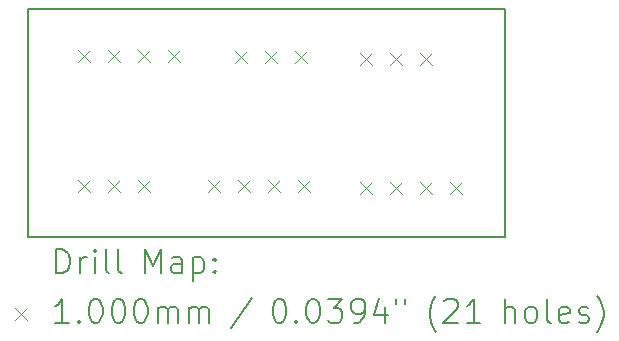
<source format=gbr>
%TF.GenerationSoftware,KiCad,Pcbnew,(7.0.0)*%
%TF.CreationDate,2023-03-19T23:03:27+01:00*%
%TF.ProjectId,milling-test,6d696c6c-696e-4672-9d74-6573742e6b69,rev?*%
%TF.SameCoordinates,Original*%
%TF.FileFunction,Drillmap*%
%TF.FilePolarity,Positive*%
%FSLAX45Y45*%
G04 Gerber Fmt 4.5, Leading zero omitted, Abs format (unit mm)*
G04 Created by KiCad (PCBNEW (7.0.0)) date 2023-03-19 23:03:27*
%MOMM*%
%LPD*%
G01*
G04 APERTURE LIST*
%ADD10C,0.200000*%
%ADD11C,0.100000*%
G04 APERTURE END LIST*
D10*
X5918200Y-2971800D02*
X9956800Y-2971800D01*
X9956800Y-2971800D02*
X9956800Y-4902200D01*
X9956800Y-4902200D02*
X5918200Y-4902200D01*
X5918200Y-4902200D02*
X5918200Y-2971800D01*
D11*
X6339100Y-3315500D02*
X6439100Y-3415500D01*
X6439100Y-3315500D02*
X6339100Y-3415500D01*
X6339100Y-4420400D02*
X6439100Y-4520400D01*
X6439100Y-4420400D02*
X6339100Y-4520400D01*
X6593100Y-3315500D02*
X6693100Y-3415500D01*
X6693100Y-3315500D02*
X6593100Y-3415500D01*
X6593100Y-4420400D02*
X6693100Y-4520400D01*
X6693100Y-4420400D02*
X6593100Y-4520400D01*
X6847100Y-3315500D02*
X6947100Y-3415500D01*
X6947100Y-3315500D02*
X6847100Y-3415500D01*
X6847100Y-4420400D02*
X6947100Y-4520400D01*
X6947100Y-4420400D02*
X6847100Y-4520400D01*
X7101100Y-3315500D02*
X7201100Y-3415500D01*
X7201100Y-3315500D02*
X7101100Y-3415500D01*
X7442000Y-4420400D02*
X7542000Y-4520400D01*
X7542000Y-4420400D02*
X7442000Y-4520400D01*
X7671600Y-3328200D02*
X7771600Y-3428200D01*
X7771600Y-3328200D02*
X7671600Y-3428200D01*
X7696000Y-4420400D02*
X7796000Y-4520400D01*
X7796000Y-4420400D02*
X7696000Y-4520400D01*
X7925600Y-3328200D02*
X8025600Y-3428200D01*
X8025600Y-3328200D02*
X7925600Y-3428200D01*
X7950000Y-4420400D02*
X8050000Y-4520400D01*
X8050000Y-4420400D02*
X7950000Y-4520400D01*
X8179600Y-3328200D02*
X8279600Y-3428200D01*
X8279600Y-3328200D02*
X8179600Y-3428200D01*
X8204000Y-4420400D02*
X8304000Y-4520400D01*
X8304000Y-4420400D02*
X8204000Y-4520400D01*
X8725700Y-3340900D02*
X8825700Y-3440900D01*
X8825700Y-3340900D02*
X8725700Y-3440900D01*
X8726700Y-4433100D02*
X8826700Y-4533100D01*
X8826700Y-4433100D02*
X8726700Y-4533100D01*
X8979700Y-3340900D02*
X9079700Y-3440900D01*
X9079700Y-3340900D02*
X8979700Y-3440900D01*
X8980700Y-4433100D02*
X9080700Y-4533100D01*
X9080700Y-4433100D02*
X8980700Y-4533100D01*
X9233700Y-3340900D02*
X9333700Y-3440900D01*
X9333700Y-3340900D02*
X9233700Y-3440900D01*
X9234700Y-4433100D02*
X9334700Y-4533100D01*
X9334700Y-4433100D02*
X9234700Y-4533100D01*
X9488700Y-4433100D02*
X9588700Y-4533100D01*
X9588700Y-4433100D02*
X9488700Y-4533100D01*
D10*
X6155819Y-5205676D02*
X6155819Y-5005676D01*
X6155819Y-5005676D02*
X6203438Y-5005676D01*
X6203438Y-5005676D02*
X6232009Y-5015200D01*
X6232009Y-5015200D02*
X6251057Y-5034248D01*
X6251057Y-5034248D02*
X6260581Y-5053295D01*
X6260581Y-5053295D02*
X6270105Y-5091390D01*
X6270105Y-5091390D02*
X6270105Y-5119962D01*
X6270105Y-5119962D02*
X6260581Y-5158057D01*
X6260581Y-5158057D02*
X6251057Y-5177105D01*
X6251057Y-5177105D02*
X6232009Y-5196152D01*
X6232009Y-5196152D02*
X6203438Y-5205676D01*
X6203438Y-5205676D02*
X6155819Y-5205676D01*
X6355819Y-5205676D02*
X6355819Y-5072343D01*
X6355819Y-5110438D02*
X6365343Y-5091390D01*
X6365343Y-5091390D02*
X6374867Y-5081867D01*
X6374867Y-5081867D02*
X6393914Y-5072343D01*
X6393914Y-5072343D02*
X6412962Y-5072343D01*
X6479628Y-5205676D02*
X6479628Y-5072343D01*
X6479628Y-5005676D02*
X6470105Y-5015200D01*
X6470105Y-5015200D02*
X6479628Y-5024724D01*
X6479628Y-5024724D02*
X6489152Y-5015200D01*
X6489152Y-5015200D02*
X6479628Y-5005676D01*
X6479628Y-5005676D02*
X6479628Y-5024724D01*
X6603438Y-5205676D02*
X6584390Y-5196152D01*
X6584390Y-5196152D02*
X6574867Y-5177105D01*
X6574867Y-5177105D02*
X6574867Y-5005676D01*
X6708200Y-5205676D02*
X6689152Y-5196152D01*
X6689152Y-5196152D02*
X6679628Y-5177105D01*
X6679628Y-5177105D02*
X6679628Y-5005676D01*
X6904390Y-5205676D02*
X6904390Y-5005676D01*
X6904390Y-5005676D02*
X6971057Y-5148533D01*
X6971057Y-5148533D02*
X7037724Y-5005676D01*
X7037724Y-5005676D02*
X7037724Y-5205676D01*
X7218676Y-5205676D02*
X7218676Y-5100914D01*
X7218676Y-5100914D02*
X7209152Y-5081867D01*
X7209152Y-5081867D02*
X7190105Y-5072343D01*
X7190105Y-5072343D02*
X7152009Y-5072343D01*
X7152009Y-5072343D02*
X7132962Y-5081867D01*
X7218676Y-5196152D02*
X7199628Y-5205676D01*
X7199628Y-5205676D02*
X7152009Y-5205676D01*
X7152009Y-5205676D02*
X7132962Y-5196152D01*
X7132962Y-5196152D02*
X7123438Y-5177105D01*
X7123438Y-5177105D02*
X7123438Y-5158057D01*
X7123438Y-5158057D02*
X7132962Y-5139010D01*
X7132962Y-5139010D02*
X7152009Y-5129486D01*
X7152009Y-5129486D02*
X7199628Y-5129486D01*
X7199628Y-5129486D02*
X7218676Y-5119962D01*
X7313914Y-5072343D02*
X7313914Y-5272343D01*
X7313914Y-5081867D02*
X7332962Y-5072343D01*
X7332962Y-5072343D02*
X7371057Y-5072343D01*
X7371057Y-5072343D02*
X7390105Y-5081867D01*
X7390105Y-5081867D02*
X7399628Y-5091390D01*
X7399628Y-5091390D02*
X7409152Y-5110438D01*
X7409152Y-5110438D02*
X7409152Y-5167581D01*
X7409152Y-5167581D02*
X7399628Y-5186629D01*
X7399628Y-5186629D02*
X7390105Y-5196152D01*
X7390105Y-5196152D02*
X7371057Y-5205676D01*
X7371057Y-5205676D02*
X7332962Y-5205676D01*
X7332962Y-5205676D02*
X7313914Y-5196152D01*
X7494867Y-5186629D02*
X7504390Y-5196152D01*
X7504390Y-5196152D02*
X7494867Y-5205676D01*
X7494867Y-5205676D02*
X7485343Y-5196152D01*
X7485343Y-5196152D02*
X7494867Y-5186629D01*
X7494867Y-5186629D02*
X7494867Y-5205676D01*
X7494867Y-5081867D02*
X7504390Y-5091390D01*
X7504390Y-5091390D02*
X7494867Y-5100914D01*
X7494867Y-5100914D02*
X7485343Y-5091390D01*
X7485343Y-5091390D02*
X7494867Y-5081867D01*
X7494867Y-5081867D02*
X7494867Y-5100914D01*
D11*
X5808200Y-5502200D02*
X5908200Y-5602200D01*
X5908200Y-5502200D02*
X5808200Y-5602200D01*
D10*
X6260581Y-5625676D02*
X6146295Y-5625676D01*
X6203438Y-5625676D02*
X6203438Y-5425676D01*
X6203438Y-5425676D02*
X6184390Y-5454248D01*
X6184390Y-5454248D02*
X6165343Y-5473295D01*
X6165343Y-5473295D02*
X6146295Y-5482819D01*
X6346295Y-5606628D02*
X6355819Y-5616152D01*
X6355819Y-5616152D02*
X6346295Y-5625676D01*
X6346295Y-5625676D02*
X6336771Y-5616152D01*
X6336771Y-5616152D02*
X6346295Y-5606628D01*
X6346295Y-5606628D02*
X6346295Y-5625676D01*
X6479628Y-5425676D02*
X6498676Y-5425676D01*
X6498676Y-5425676D02*
X6517724Y-5435200D01*
X6517724Y-5435200D02*
X6527248Y-5444724D01*
X6527248Y-5444724D02*
X6536771Y-5463771D01*
X6536771Y-5463771D02*
X6546295Y-5501867D01*
X6546295Y-5501867D02*
X6546295Y-5549486D01*
X6546295Y-5549486D02*
X6536771Y-5587581D01*
X6536771Y-5587581D02*
X6527248Y-5606628D01*
X6527248Y-5606628D02*
X6517724Y-5616152D01*
X6517724Y-5616152D02*
X6498676Y-5625676D01*
X6498676Y-5625676D02*
X6479628Y-5625676D01*
X6479628Y-5625676D02*
X6460581Y-5616152D01*
X6460581Y-5616152D02*
X6451057Y-5606628D01*
X6451057Y-5606628D02*
X6441533Y-5587581D01*
X6441533Y-5587581D02*
X6432009Y-5549486D01*
X6432009Y-5549486D02*
X6432009Y-5501867D01*
X6432009Y-5501867D02*
X6441533Y-5463771D01*
X6441533Y-5463771D02*
X6451057Y-5444724D01*
X6451057Y-5444724D02*
X6460581Y-5435200D01*
X6460581Y-5435200D02*
X6479628Y-5425676D01*
X6670105Y-5425676D02*
X6689152Y-5425676D01*
X6689152Y-5425676D02*
X6708200Y-5435200D01*
X6708200Y-5435200D02*
X6717724Y-5444724D01*
X6717724Y-5444724D02*
X6727248Y-5463771D01*
X6727248Y-5463771D02*
X6736771Y-5501867D01*
X6736771Y-5501867D02*
X6736771Y-5549486D01*
X6736771Y-5549486D02*
X6727248Y-5587581D01*
X6727248Y-5587581D02*
X6717724Y-5606628D01*
X6717724Y-5606628D02*
X6708200Y-5616152D01*
X6708200Y-5616152D02*
X6689152Y-5625676D01*
X6689152Y-5625676D02*
X6670105Y-5625676D01*
X6670105Y-5625676D02*
X6651057Y-5616152D01*
X6651057Y-5616152D02*
X6641533Y-5606628D01*
X6641533Y-5606628D02*
X6632009Y-5587581D01*
X6632009Y-5587581D02*
X6622486Y-5549486D01*
X6622486Y-5549486D02*
X6622486Y-5501867D01*
X6622486Y-5501867D02*
X6632009Y-5463771D01*
X6632009Y-5463771D02*
X6641533Y-5444724D01*
X6641533Y-5444724D02*
X6651057Y-5435200D01*
X6651057Y-5435200D02*
X6670105Y-5425676D01*
X6860581Y-5425676D02*
X6879629Y-5425676D01*
X6879629Y-5425676D02*
X6898676Y-5435200D01*
X6898676Y-5435200D02*
X6908200Y-5444724D01*
X6908200Y-5444724D02*
X6917724Y-5463771D01*
X6917724Y-5463771D02*
X6927248Y-5501867D01*
X6927248Y-5501867D02*
X6927248Y-5549486D01*
X6927248Y-5549486D02*
X6917724Y-5587581D01*
X6917724Y-5587581D02*
X6908200Y-5606628D01*
X6908200Y-5606628D02*
X6898676Y-5616152D01*
X6898676Y-5616152D02*
X6879629Y-5625676D01*
X6879629Y-5625676D02*
X6860581Y-5625676D01*
X6860581Y-5625676D02*
X6841533Y-5616152D01*
X6841533Y-5616152D02*
X6832009Y-5606628D01*
X6832009Y-5606628D02*
X6822486Y-5587581D01*
X6822486Y-5587581D02*
X6812962Y-5549486D01*
X6812962Y-5549486D02*
X6812962Y-5501867D01*
X6812962Y-5501867D02*
X6822486Y-5463771D01*
X6822486Y-5463771D02*
X6832009Y-5444724D01*
X6832009Y-5444724D02*
X6841533Y-5435200D01*
X6841533Y-5435200D02*
X6860581Y-5425676D01*
X7012962Y-5625676D02*
X7012962Y-5492343D01*
X7012962Y-5511390D02*
X7022486Y-5501867D01*
X7022486Y-5501867D02*
X7041533Y-5492343D01*
X7041533Y-5492343D02*
X7070105Y-5492343D01*
X7070105Y-5492343D02*
X7089152Y-5501867D01*
X7089152Y-5501867D02*
X7098676Y-5520914D01*
X7098676Y-5520914D02*
X7098676Y-5625676D01*
X7098676Y-5520914D02*
X7108200Y-5501867D01*
X7108200Y-5501867D02*
X7127248Y-5492343D01*
X7127248Y-5492343D02*
X7155819Y-5492343D01*
X7155819Y-5492343D02*
X7174867Y-5501867D01*
X7174867Y-5501867D02*
X7184390Y-5520914D01*
X7184390Y-5520914D02*
X7184390Y-5625676D01*
X7279629Y-5625676D02*
X7279629Y-5492343D01*
X7279629Y-5511390D02*
X7289152Y-5501867D01*
X7289152Y-5501867D02*
X7308200Y-5492343D01*
X7308200Y-5492343D02*
X7336771Y-5492343D01*
X7336771Y-5492343D02*
X7355819Y-5501867D01*
X7355819Y-5501867D02*
X7365343Y-5520914D01*
X7365343Y-5520914D02*
X7365343Y-5625676D01*
X7365343Y-5520914D02*
X7374867Y-5501867D01*
X7374867Y-5501867D02*
X7393914Y-5492343D01*
X7393914Y-5492343D02*
X7422486Y-5492343D01*
X7422486Y-5492343D02*
X7441533Y-5501867D01*
X7441533Y-5501867D02*
X7451057Y-5520914D01*
X7451057Y-5520914D02*
X7451057Y-5625676D01*
X7809152Y-5416152D02*
X7637724Y-5673295D01*
X8033914Y-5425676D02*
X8052962Y-5425676D01*
X8052962Y-5425676D02*
X8072010Y-5435200D01*
X8072010Y-5435200D02*
X8081533Y-5444724D01*
X8081533Y-5444724D02*
X8091057Y-5463771D01*
X8091057Y-5463771D02*
X8100581Y-5501867D01*
X8100581Y-5501867D02*
X8100581Y-5549486D01*
X8100581Y-5549486D02*
X8091057Y-5587581D01*
X8091057Y-5587581D02*
X8081533Y-5606628D01*
X8081533Y-5606628D02*
X8072010Y-5616152D01*
X8072010Y-5616152D02*
X8052962Y-5625676D01*
X8052962Y-5625676D02*
X8033914Y-5625676D01*
X8033914Y-5625676D02*
X8014867Y-5616152D01*
X8014867Y-5616152D02*
X8005343Y-5606628D01*
X8005343Y-5606628D02*
X7995819Y-5587581D01*
X7995819Y-5587581D02*
X7986295Y-5549486D01*
X7986295Y-5549486D02*
X7986295Y-5501867D01*
X7986295Y-5501867D02*
X7995819Y-5463771D01*
X7995819Y-5463771D02*
X8005343Y-5444724D01*
X8005343Y-5444724D02*
X8014867Y-5435200D01*
X8014867Y-5435200D02*
X8033914Y-5425676D01*
X8186295Y-5606628D02*
X8195819Y-5616152D01*
X8195819Y-5616152D02*
X8186295Y-5625676D01*
X8186295Y-5625676D02*
X8176771Y-5616152D01*
X8176771Y-5616152D02*
X8186295Y-5606628D01*
X8186295Y-5606628D02*
X8186295Y-5625676D01*
X8319629Y-5425676D02*
X8338676Y-5425676D01*
X8338676Y-5425676D02*
X8357724Y-5435200D01*
X8357724Y-5435200D02*
X8367248Y-5444724D01*
X8367248Y-5444724D02*
X8376771Y-5463771D01*
X8376771Y-5463771D02*
X8386295Y-5501867D01*
X8386295Y-5501867D02*
X8386295Y-5549486D01*
X8386295Y-5549486D02*
X8376771Y-5587581D01*
X8376771Y-5587581D02*
X8367248Y-5606628D01*
X8367248Y-5606628D02*
X8357724Y-5616152D01*
X8357724Y-5616152D02*
X8338676Y-5625676D01*
X8338676Y-5625676D02*
X8319629Y-5625676D01*
X8319629Y-5625676D02*
X8300581Y-5616152D01*
X8300581Y-5616152D02*
X8291057Y-5606628D01*
X8291057Y-5606628D02*
X8281533Y-5587581D01*
X8281533Y-5587581D02*
X8272010Y-5549486D01*
X8272010Y-5549486D02*
X8272010Y-5501867D01*
X8272010Y-5501867D02*
X8281533Y-5463771D01*
X8281533Y-5463771D02*
X8291057Y-5444724D01*
X8291057Y-5444724D02*
X8300581Y-5435200D01*
X8300581Y-5435200D02*
X8319629Y-5425676D01*
X8452962Y-5425676D02*
X8576772Y-5425676D01*
X8576772Y-5425676D02*
X8510105Y-5501867D01*
X8510105Y-5501867D02*
X8538676Y-5501867D01*
X8538676Y-5501867D02*
X8557724Y-5511390D01*
X8557724Y-5511390D02*
X8567248Y-5520914D01*
X8567248Y-5520914D02*
X8576772Y-5539962D01*
X8576772Y-5539962D02*
X8576772Y-5587581D01*
X8576772Y-5587581D02*
X8567248Y-5606628D01*
X8567248Y-5606628D02*
X8557724Y-5616152D01*
X8557724Y-5616152D02*
X8538676Y-5625676D01*
X8538676Y-5625676D02*
X8481533Y-5625676D01*
X8481533Y-5625676D02*
X8462486Y-5616152D01*
X8462486Y-5616152D02*
X8452962Y-5606628D01*
X8672010Y-5625676D02*
X8710105Y-5625676D01*
X8710105Y-5625676D02*
X8729153Y-5616152D01*
X8729153Y-5616152D02*
X8738676Y-5606628D01*
X8738676Y-5606628D02*
X8757724Y-5578057D01*
X8757724Y-5578057D02*
X8767248Y-5539962D01*
X8767248Y-5539962D02*
X8767248Y-5463771D01*
X8767248Y-5463771D02*
X8757724Y-5444724D01*
X8757724Y-5444724D02*
X8748200Y-5435200D01*
X8748200Y-5435200D02*
X8729153Y-5425676D01*
X8729153Y-5425676D02*
X8691057Y-5425676D01*
X8691057Y-5425676D02*
X8672010Y-5435200D01*
X8672010Y-5435200D02*
X8662486Y-5444724D01*
X8662486Y-5444724D02*
X8652962Y-5463771D01*
X8652962Y-5463771D02*
X8652962Y-5511390D01*
X8652962Y-5511390D02*
X8662486Y-5530438D01*
X8662486Y-5530438D02*
X8672010Y-5539962D01*
X8672010Y-5539962D02*
X8691057Y-5549486D01*
X8691057Y-5549486D02*
X8729153Y-5549486D01*
X8729153Y-5549486D02*
X8748200Y-5539962D01*
X8748200Y-5539962D02*
X8757724Y-5530438D01*
X8757724Y-5530438D02*
X8767248Y-5511390D01*
X8938676Y-5492343D02*
X8938676Y-5625676D01*
X8891057Y-5416152D02*
X8843438Y-5559010D01*
X8843438Y-5559010D02*
X8967248Y-5559010D01*
X9033914Y-5425676D02*
X9033914Y-5463771D01*
X9110105Y-5425676D02*
X9110105Y-5463771D01*
X9372962Y-5701867D02*
X9363438Y-5692343D01*
X9363438Y-5692343D02*
X9344391Y-5663771D01*
X9344391Y-5663771D02*
X9334867Y-5644724D01*
X9334867Y-5644724D02*
X9325343Y-5616152D01*
X9325343Y-5616152D02*
X9315819Y-5568533D01*
X9315819Y-5568533D02*
X9315819Y-5530438D01*
X9315819Y-5530438D02*
X9325343Y-5482819D01*
X9325343Y-5482819D02*
X9334867Y-5454248D01*
X9334867Y-5454248D02*
X9344391Y-5435200D01*
X9344391Y-5435200D02*
X9363438Y-5406629D01*
X9363438Y-5406629D02*
X9372962Y-5397105D01*
X9439629Y-5444724D02*
X9449153Y-5435200D01*
X9449153Y-5435200D02*
X9468200Y-5425676D01*
X9468200Y-5425676D02*
X9515819Y-5425676D01*
X9515819Y-5425676D02*
X9534867Y-5435200D01*
X9534867Y-5435200D02*
X9544391Y-5444724D01*
X9544391Y-5444724D02*
X9553914Y-5463771D01*
X9553914Y-5463771D02*
X9553914Y-5482819D01*
X9553914Y-5482819D02*
X9544391Y-5511390D01*
X9544391Y-5511390D02*
X9430105Y-5625676D01*
X9430105Y-5625676D02*
X9553914Y-5625676D01*
X9744391Y-5625676D02*
X9630105Y-5625676D01*
X9687248Y-5625676D02*
X9687248Y-5425676D01*
X9687248Y-5425676D02*
X9668200Y-5454248D01*
X9668200Y-5454248D02*
X9649153Y-5473295D01*
X9649153Y-5473295D02*
X9630105Y-5482819D01*
X9950105Y-5625676D02*
X9950105Y-5425676D01*
X10035819Y-5625676D02*
X10035819Y-5520914D01*
X10035819Y-5520914D02*
X10026295Y-5501867D01*
X10026295Y-5501867D02*
X10007248Y-5492343D01*
X10007248Y-5492343D02*
X9978676Y-5492343D01*
X9978676Y-5492343D02*
X9959629Y-5501867D01*
X9959629Y-5501867D02*
X9950105Y-5511390D01*
X10159629Y-5625676D02*
X10140581Y-5616152D01*
X10140581Y-5616152D02*
X10131057Y-5606628D01*
X10131057Y-5606628D02*
X10121534Y-5587581D01*
X10121534Y-5587581D02*
X10121534Y-5530438D01*
X10121534Y-5530438D02*
X10131057Y-5511390D01*
X10131057Y-5511390D02*
X10140581Y-5501867D01*
X10140581Y-5501867D02*
X10159629Y-5492343D01*
X10159629Y-5492343D02*
X10188200Y-5492343D01*
X10188200Y-5492343D02*
X10207248Y-5501867D01*
X10207248Y-5501867D02*
X10216772Y-5511390D01*
X10216772Y-5511390D02*
X10226295Y-5530438D01*
X10226295Y-5530438D02*
X10226295Y-5587581D01*
X10226295Y-5587581D02*
X10216772Y-5606628D01*
X10216772Y-5606628D02*
X10207248Y-5616152D01*
X10207248Y-5616152D02*
X10188200Y-5625676D01*
X10188200Y-5625676D02*
X10159629Y-5625676D01*
X10340581Y-5625676D02*
X10321534Y-5616152D01*
X10321534Y-5616152D02*
X10312010Y-5597105D01*
X10312010Y-5597105D02*
X10312010Y-5425676D01*
X10492962Y-5616152D02*
X10473915Y-5625676D01*
X10473915Y-5625676D02*
X10435819Y-5625676D01*
X10435819Y-5625676D02*
X10416772Y-5616152D01*
X10416772Y-5616152D02*
X10407248Y-5597105D01*
X10407248Y-5597105D02*
X10407248Y-5520914D01*
X10407248Y-5520914D02*
X10416772Y-5501867D01*
X10416772Y-5501867D02*
X10435819Y-5492343D01*
X10435819Y-5492343D02*
X10473915Y-5492343D01*
X10473915Y-5492343D02*
X10492962Y-5501867D01*
X10492962Y-5501867D02*
X10502486Y-5520914D01*
X10502486Y-5520914D02*
X10502486Y-5539962D01*
X10502486Y-5539962D02*
X10407248Y-5559010D01*
X10578676Y-5616152D02*
X10597724Y-5625676D01*
X10597724Y-5625676D02*
X10635819Y-5625676D01*
X10635819Y-5625676D02*
X10654867Y-5616152D01*
X10654867Y-5616152D02*
X10664391Y-5597105D01*
X10664391Y-5597105D02*
X10664391Y-5587581D01*
X10664391Y-5587581D02*
X10654867Y-5568533D01*
X10654867Y-5568533D02*
X10635819Y-5559010D01*
X10635819Y-5559010D02*
X10607248Y-5559010D01*
X10607248Y-5559010D02*
X10588200Y-5549486D01*
X10588200Y-5549486D02*
X10578676Y-5530438D01*
X10578676Y-5530438D02*
X10578676Y-5520914D01*
X10578676Y-5520914D02*
X10588200Y-5501867D01*
X10588200Y-5501867D02*
X10607248Y-5492343D01*
X10607248Y-5492343D02*
X10635819Y-5492343D01*
X10635819Y-5492343D02*
X10654867Y-5501867D01*
X10731057Y-5701867D02*
X10740581Y-5692343D01*
X10740581Y-5692343D02*
X10759629Y-5663771D01*
X10759629Y-5663771D02*
X10769153Y-5644724D01*
X10769153Y-5644724D02*
X10778676Y-5616152D01*
X10778676Y-5616152D02*
X10788200Y-5568533D01*
X10788200Y-5568533D02*
X10788200Y-5530438D01*
X10788200Y-5530438D02*
X10778676Y-5482819D01*
X10778676Y-5482819D02*
X10769153Y-5454248D01*
X10769153Y-5454248D02*
X10759629Y-5435200D01*
X10759629Y-5435200D02*
X10740581Y-5406629D01*
X10740581Y-5406629D02*
X10731057Y-5397105D01*
M02*

</source>
